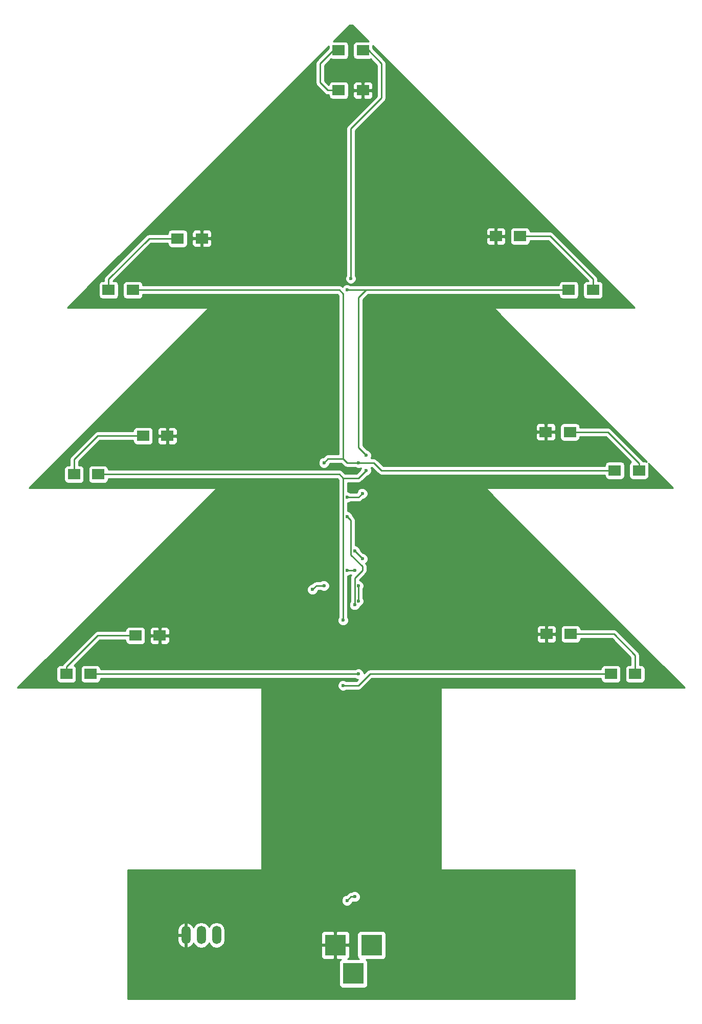
<source format=gbr>
G04 #@! TF.FileFunction,Copper,L2,Bot,Signal*
%FSLAX46Y46*%
G04 Gerber Fmt 4.6, Leading zero omitted, Abs format (unit mm)*
G04 Created by KiCad (PCBNEW 4.0.6) date Tuesday, November 14, 2017 'PMt' 08:02:21 PM*
%MOMM*%
%LPD*%
G01*
G04 APERTURE LIST*
%ADD10C,0.100000*%
%ADD11O,1.510000X3.010000*%
%ADD12R,3.500000X3.500000*%
%ADD13R,2.000000X1.700000*%
%ADD14C,0.600000*%
%ADD15C,0.250000*%
%ADD16C,0.254000*%
G04 APERTURE END LIST*
D10*
D11*
X73025000Y-171450000D03*
X70485000Y-171450000D03*
X67945000Y-171450000D03*
D12*
X98679000Y-173101000D03*
X92679000Y-173101000D03*
X95679000Y-177801000D03*
D13*
X135350000Y-64770000D03*
X131350000Y-64770000D03*
X49435000Y-95250000D03*
X53435000Y-95250000D03*
X142335000Y-128270000D03*
X138335000Y-128270000D03*
X55150000Y-64770000D03*
X59150000Y-64770000D03*
X142970000Y-94615000D03*
X138970000Y-94615000D03*
X48165000Y-128270000D03*
X52165000Y-128270000D03*
X123285000Y-55880000D03*
X119285000Y-55880000D03*
X60865000Y-88900000D03*
X64865000Y-88900000D03*
X131667000Y-121666000D03*
X127667000Y-121666000D03*
X66580000Y-56261000D03*
X70580000Y-56261000D03*
X131540000Y-88265000D03*
X127540000Y-88265000D03*
X59595000Y-121920000D03*
X63595000Y-121920000D03*
X93250000Y-31750000D03*
X97250000Y-31750000D03*
X93250000Y-25146000D03*
X97250000Y-25146000D03*
D14*
X94615000Y-64770000D03*
X97790000Y-92075000D03*
X97790000Y-94615000D03*
X93980000Y-130175000D03*
X93980000Y-119380000D03*
X94615000Y-102235000D03*
X95885000Y-116840000D03*
X95885000Y-165100000D03*
X94615000Y-165735000D03*
X95885000Y-111125000D03*
X94615000Y-111125000D03*
X95250000Y-62865000D03*
X94615000Y-99060000D03*
X97155000Y-98425000D03*
X90805000Y-113665000D03*
X88900000Y-114300000D03*
X90805000Y-93345000D03*
X96520000Y-116205000D03*
X96520000Y-113665000D03*
X97155000Y-109220000D03*
X95885000Y-107950000D03*
X96520000Y-93345000D03*
X96520000Y-128270000D03*
D15*
X94615000Y-64770000D02*
X97790000Y-64770000D01*
X131350000Y-64770000D02*
X99695000Y-64770000D01*
X96520000Y-90805000D02*
X97790000Y-92075000D01*
X96520000Y-66040000D02*
X96520000Y-90805000D01*
X97790000Y-64770000D02*
X96520000Y-66040000D01*
X99695000Y-64770000D02*
X97790000Y-64770000D01*
X96520000Y-95885000D02*
X93980000Y-95885000D01*
X97790000Y-94615000D02*
X96520000Y-95885000D01*
X138335000Y-128270000D02*
X98425000Y-128270000D01*
X96520000Y-130175000D02*
X93980000Y-130175000D01*
X98425000Y-128270000D02*
X96520000Y-130175000D01*
X93345000Y-95250000D02*
X53435000Y-95250000D01*
X93980000Y-95885000D02*
X93345000Y-95250000D01*
X93980000Y-119380000D02*
X93980000Y-95885000D01*
X123285000Y-55880000D02*
X128270000Y-55880000D01*
X135350000Y-62960000D02*
X135350000Y-64770000D01*
X128270000Y-55880000D02*
X135350000Y-62960000D01*
X60865000Y-88900000D02*
X53340000Y-88900000D01*
X49435000Y-92805000D02*
X49435000Y-95250000D01*
X53340000Y-88900000D02*
X49435000Y-92805000D01*
X131667000Y-121666000D02*
X138811000Y-121666000D01*
X142335000Y-125190000D02*
X142335000Y-128270000D01*
X138811000Y-121666000D02*
X142335000Y-125190000D01*
X95250000Y-102870000D02*
X94615000Y-102235000D01*
X95250000Y-108585000D02*
X95250000Y-102870000D01*
X97155000Y-110490000D02*
X95250000Y-108585000D01*
X97155000Y-111125000D02*
X97155000Y-110490000D01*
X95885000Y-112395000D02*
X97155000Y-111125000D01*
X95885000Y-116840000D02*
X95885000Y-112395000D01*
X95250000Y-165100000D02*
X95885000Y-165100000D01*
X94615000Y-165735000D02*
X95250000Y-165100000D01*
X94615000Y-111125000D02*
X95885000Y-111125000D01*
X66580000Y-56261000D02*
X61849000Y-56261000D01*
X55150000Y-62960000D02*
X55150000Y-64770000D01*
X61849000Y-56261000D02*
X55150000Y-62960000D01*
X142970000Y-94615000D02*
X142970000Y-93440000D01*
X137795000Y-88265000D02*
X131540000Y-88265000D01*
X142970000Y-93440000D02*
X137795000Y-88265000D01*
X59595000Y-121920000D02*
X53340000Y-121920000D01*
X48165000Y-127095000D02*
X48165000Y-128270000D01*
X53340000Y-121920000D02*
X48165000Y-127095000D01*
X93250000Y-25146000D02*
X92329000Y-25146000D01*
X92329000Y-25146000D02*
X90170000Y-27305000D01*
X90170000Y-27305000D02*
X90170000Y-30480000D01*
X90170000Y-30480000D02*
X91440000Y-31750000D01*
X91440000Y-31750000D02*
X93250000Y-31750000D01*
X97250000Y-25146000D02*
X98171000Y-25146000D01*
X98171000Y-25146000D02*
X100330000Y-27305000D01*
X100330000Y-27305000D02*
X100330000Y-33020000D01*
X100330000Y-33020000D02*
X95250000Y-38100000D01*
X95250000Y-38100000D02*
X95250000Y-62865000D01*
X96520000Y-99060000D02*
X94615000Y-99060000D01*
X97155000Y-98425000D02*
X96520000Y-99060000D01*
X89535000Y-113665000D02*
X90805000Y-113665000D01*
X88900000Y-114300000D02*
X89535000Y-113665000D01*
X91440000Y-92710000D02*
X93980000Y-92710000D01*
X90805000Y-93345000D02*
X91440000Y-92710000D01*
X59150000Y-64770000D02*
X93345000Y-64770000D01*
X94615000Y-93345000D02*
X96520000Y-93345000D01*
X93980000Y-92710000D02*
X94615000Y-93345000D01*
X93980000Y-65405000D02*
X93980000Y-92710000D01*
X93345000Y-64770000D02*
X93980000Y-65405000D01*
X138970000Y-94615000D02*
X100330000Y-94615000D01*
X96520000Y-113665000D02*
X96520000Y-116205000D01*
X95885000Y-107950000D02*
X97155000Y-109220000D01*
X99060000Y-93345000D02*
X96520000Y-93345000D01*
X100330000Y-94615000D02*
X99060000Y-93345000D01*
X96520000Y-128270000D02*
X52165000Y-128270000D01*
D16*
G36*
X98209468Y-23648560D02*
X96250000Y-23648560D01*
X96014683Y-23692838D01*
X95798559Y-23831910D01*
X95653569Y-24044110D01*
X95602560Y-24296000D01*
X95602560Y-25996000D01*
X95646838Y-26231317D01*
X95785910Y-26447441D01*
X95998110Y-26592431D01*
X96250000Y-26643440D01*
X98250000Y-26643440D01*
X98485317Y-26599162D01*
X98524285Y-26574087D01*
X99570000Y-27619802D01*
X99570000Y-32705198D01*
X94712599Y-37562599D01*
X94547852Y-37809161D01*
X94490000Y-38100000D01*
X94490000Y-62302537D01*
X94457808Y-62334673D01*
X94315162Y-62678201D01*
X94314838Y-63050167D01*
X94456883Y-63393943D01*
X94719673Y-63657192D01*
X95063201Y-63799838D01*
X95435167Y-63800162D01*
X95778943Y-63658117D01*
X96042192Y-63395327D01*
X96184838Y-63051799D01*
X96185162Y-62679833D01*
X96043117Y-62336057D01*
X96010000Y-62302882D01*
X96010000Y-56165750D01*
X117650000Y-56165750D01*
X117650000Y-56856310D01*
X117746673Y-57089699D01*
X117925302Y-57268327D01*
X118158691Y-57365000D01*
X118999250Y-57365000D01*
X119158000Y-57206250D01*
X119158000Y-56007000D01*
X119412000Y-56007000D01*
X119412000Y-57206250D01*
X119570750Y-57365000D01*
X120411309Y-57365000D01*
X120644698Y-57268327D01*
X120823327Y-57089699D01*
X120920000Y-56856310D01*
X120920000Y-56165750D01*
X120761250Y-56007000D01*
X119412000Y-56007000D01*
X119158000Y-56007000D01*
X117808750Y-56007000D01*
X117650000Y-56165750D01*
X96010000Y-56165750D01*
X96010000Y-54903690D01*
X117650000Y-54903690D01*
X117650000Y-55594250D01*
X117808750Y-55753000D01*
X119158000Y-55753000D01*
X119158000Y-54553750D01*
X119412000Y-54553750D01*
X119412000Y-55753000D01*
X120761250Y-55753000D01*
X120920000Y-55594250D01*
X120920000Y-55030000D01*
X121637560Y-55030000D01*
X121637560Y-56730000D01*
X121681838Y-56965317D01*
X121820910Y-57181441D01*
X122033110Y-57326431D01*
X122285000Y-57377440D01*
X124285000Y-57377440D01*
X124520317Y-57333162D01*
X124736441Y-57194090D01*
X124881431Y-56981890D01*
X124932440Y-56730000D01*
X124932440Y-56640000D01*
X127955198Y-56640000D01*
X134587758Y-63272560D01*
X134350000Y-63272560D01*
X134114683Y-63316838D01*
X133898559Y-63455910D01*
X133753569Y-63668110D01*
X133702560Y-63920000D01*
X133702560Y-65620000D01*
X133746838Y-65855317D01*
X133885910Y-66071441D01*
X134098110Y-66216431D01*
X134350000Y-66267440D01*
X136350000Y-66267440D01*
X136585317Y-66223162D01*
X136801441Y-66084090D01*
X136946431Y-65871890D01*
X136997440Y-65620000D01*
X136997440Y-63920000D01*
X136953162Y-63684683D01*
X136814090Y-63468559D01*
X136601890Y-63323569D01*
X136350000Y-63272560D01*
X136110000Y-63272560D01*
X136110000Y-62960000D01*
X136052148Y-62669161D01*
X135887401Y-62422599D01*
X128807401Y-55342599D01*
X128560839Y-55177852D01*
X128270000Y-55120000D01*
X124932440Y-55120000D01*
X124932440Y-55030000D01*
X124888162Y-54794683D01*
X124749090Y-54578559D01*
X124536890Y-54433569D01*
X124285000Y-54382560D01*
X122285000Y-54382560D01*
X122049683Y-54426838D01*
X121833559Y-54565910D01*
X121688569Y-54778110D01*
X121637560Y-55030000D01*
X120920000Y-55030000D01*
X120920000Y-54903690D01*
X120823327Y-54670301D01*
X120644698Y-54491673D01*
X120411309Y-54395000D01*
X119570750Y-54395000D01*
X119412000Y-54553750D01*
X119158000Y-54553750D01*
X118999250Y-54395000D01*
X118158691Y-54395000D01*
X117925302Y-54491673D01*
X117746673Y-54670301D01*
X117650000Y-54903690D01*
X96010000Y-54903690D01*
X96010000Y-38414802D01*
X100867401Y-33557401D01*
X101032148Y-33310839D01*
X101090000Y-33020000D01*
X101090000Y-27305000D01*
X101032148Y-27014161D01*
X100867401Y-26767599D01*
X98897440Y-24797638D01*
X98897440Y-24336532D01*
X142251908Y-67691000D01*
X119126000Y-67691000D01*
X119076590Y-67701006D01*
X119034965Y-67729447D01*
X119007685Y-67771841D01*
X118999048Y-67821509D01*
X119010416Y-67870623D01*
X119036197Y-67907803D01*
X120022130Y-68893736D01*
X120147954Y-69082046D01*
X144261631Y-93195723D01*
X144221890Y-93168569D01*
X143970000Y-93117560D01*
X143651034Y-93117560D01*
X143507401Y-92902599D01*
X138332401Y-87727599D01*
X138085839Y-87562852D01*
X137795000Y-87505000D01*
X133187440Y-87505000D01*
X133187440Y-87415000D01*
X133143162Y-87179683D01*
X133004090Y-86963559D01*
X132791890Y-86818569D01*
X132540000Y-86767560D01*
X130540000Y-86767560D01*
X130304683Y-86811838D01*
X130088559Y-86950910D01*
X129943569Y-87163110D01*
X129892560Y-87415000D01*
X129892560Y-89115000D01*
X129936838Y-89350317D01*
X130075910Y-89566441D01*
X130288110Y-89711431D01*
X130540000Y-89762440D01*
X132540000Y-89762440D01*
X132775317Y-89718162D01*
X132991441Y-89579090D01*
X133136431Y-89366890D01*
X133187440Y-89115000D01*
X133187440Y-89025000D01*
X137480198Y-89025000D01*
X141663099Y-93207901D01*
X141518559Y-93300910D01*
X141373569Y-93513110D01*
X141322560Y-93765000D01*
X141322560Y-95465000D01*
X141366838Y-95700317D01*
X141505910Y-95916441D01*
X141718110Y-96061431D01*
X141970000Y-96112440D01*
X143970000Y-96112440D01*
X144205317Y-96068162D01*
X144421441Y-95929090D01*
X144566431Y-95716890D01*
X144617440Y-95465000D01*
X144617440Y-93765000D01*
X144573162Y-93529683D01*
X144532680Y-93466772D01*
X148601908Y-97536000D01*
X117856000Y-97536000D01*
X117806590Y-97546006D01*
X117764965Y-97574447D01*
X117737685Y-97616841D01*
X117729048Y-97666509D01*
X117740416Y-97715623D01*
X117766197Y-97752803D01*
X118752130Y-98738736D01*
X118877954Y-98927046D01*
X150506908Y-130556000D01*
X110236000Y-130556000D01*
X110186590Y-130566006D01*
X110144965Y-130594447D01*
X110117685Y-130636841D01*
X110109000Y-130683000D01*
X110109000Y-160528000D01*
X110119006Y-160577410D01*
X110147447Y-160619035D01*
X110189841Y-160646315D01*
X110236000Y-160655000D01*
X132334000Y-160655000D01*
X132334000Y-181991000D01*
X58293000Y-181991000D01*
X58293000Y-171577000D01*
X66555000Y-171577000D01*
X66555000Y-172327000D01*
X66709408Y-172849263D01*
X67051924Y-173272681D01*
X67530403Y-173532793D01*
X67603029Y-173547277D01*
X67818000Y-173424683D01*
X67818000Y-171577000D01*
X66555000Y-171577000D01*
X58293000Y-171577000D01*
X58293000Y-170573000D01*
X66555000Y-170573000D01*
X66555000Y-171323000D01*
X67818000Y-171323000D01*
X67818000Y-169475317D01*
X68072000Y-169475317D01*
X68072000Y-171323000D01*
X68092000Y-171323000D01*
X68092000Y-171577000D01*
X68072000Y-171577000D01*
X68072000Y-173424683D01*
X68286971Y-173547277D01*
X68359597Y-173532793D01*
X68838076Y-173272681D01*
X69180592Y-172849263D01*
X69202249Y-172776013D01*
X69502122Y-173224803D01*
X69953070Y-173526118D01*
X70485000Y-173631925D01*
X71016930Y-173526118D01*
X71467878Y-173224803D01*
X71755000Y-172795096D01*
X72042122Y-173224803D01*
X72493070Y-173526118D01*
X73025000Y-173631925D01*
X73556930Y-173526118D01*
X73765508Y-173386750D01*
X90294000Y-173386750D01*
X90294000Y-174977310D01*
X90390673Y-175210699D01*
X90569302Y-175389327D01*
X90802691Y-175486000D01*
X92393250Y-175486000D01*
X92552000Y-175327250D01*
X92552000Y-173228000D01*
X92806000Y-173228000D01*
X92806000Y-175327250D01*
X92964750Y-175486000D01*
X93634378Y-175486000D01*
X93477559Y-175586910D01*
X93332569Y-175799110D01*
X93281560Y-176051000D01*
X93281560Y-179551000D01*
X93325838Y-179786317D01*
X93464910Y-180002441D01*
X93677110Y-180147431D01*
X93929000Y-180198440D01*
X97429000Y-180198440D01*
X97664317Y-180154162D01*
X97880441Y-180015090D01*
X98025431Y-179802890D01*
X98076440Y-179551000D01*
X98076440Y-176051000D01*
X98032162Y-175815683D01*
X97893090Y-175599559D01*
X97745097Y-175498440D01*
X100429000Y-175498440D01*
X100664317Y-175454162D01*
X100880441Y-175315090D01*
X101025431Y-175102890D01*
X101076440Y-174851000D01*
X101076440Y-171351000D01*
X101032162Y-171115683D01*
X100893090Y-170899559D01*
X100680890Y-170754569D01*
X100429000Y-170703560D01*
X96929000Y-170703560D01*
X96693683Y-170747838D01*
X96477559Y-170886910D01*
X96332569Y-171099110D01*
X96281560Y-171351000D01*
X96281560Y-174851000D01*
X96325838Y-175086317D01*
X96464910Y-175302441D01*
X96612903Y-175403560D01*
X94754337Y-175403560D01*
X94788698Y-175389327D01*
X94967327Y-175210699D01*
X95064000Y-174977310D01*
X95064000Y-173386750D01*
X94905250Y-173228000D01*
X92806000Y-173228000D01*
X92552000Y-173228000D01*
X90452750Y-173228000D01*
X90294000Y-173386750D01*
X73765508Y-173386750D01*
X74007878Y-173224803D01*
X74309193Y-172773855D01*
X74415000Y-172241925D01*
X74415000Y-171224690D01*
X90294000Y-171224690D01*
X90294000Y-172815250D01*
X90452750Y-172974000D01*
X92552000Y-172974000D01*
X92552000Y-170874750D01*
X92806000Y-170874750D01*
X92806000Y-172974000D01*
X94905250Y-172974000D01*
X95064000Y-172815250D01*
X95064000Y-171224690D01*
X94967327Y-170991301D01*
X94788698Y-170812673D01*
X94555309Y-170716000D01*
X92964750Y-170716000D01*
X92806000Y-170874750D01*
X92552000Y-170874750D01*
X92393250Y-170716000D01*
X90802691Y-170716000D01*
X90569302Y-170812673D01*
X90390673Y-170991301D01*
X90294000Y-171224690D01*
X74415000Y-171224690D01*
X74415000Y-170658075D01*
X74309193Y-170126145D01*
X74007878Y-169675197D01*
X73556930Y-169373882D01*
X73025000Y-169268075D01*
X72493070Y-169373882D01*
X72042122Y-169675197D01*
X71755000Y-170104904D01*
X71467878Y-169675197D01*
X71016930Y-169373882D01*
X70485000Y-169268075D01*
X69953070Y-169373882D01*
X69502122Y-169675197D01*
X69202249Y-170123987D01*
X69180592Y-170050737D01*
X68838076Y-169627319D01*
X68359597Y-169367207D01*
X68286971Y-169352723D01*
X68072000Y-169475317D01*
X67818000Y-169475317D01*
X67603029Y-169352723D01*
X67530403Y-169367207D01*
X67051924Y-169627319D01*
X66709408Y-170050737D01*
X66555000Y-170573000D01*
X58293000Y-170573000D01*
X58293000Y-165920167D01*
X93679838Y-165920167D01*
X93821883Y-166263943D01*
X94084673Y-166527192D01*
X94428201Y-166669838D01*
X94800167Y-166670162D01*
X95143943Y-166528117D01*
X95407192Y-166265327D01*
X95531622Y-165965668D01*
X95698201Y-166034838D01*
X96070167Y-166035162D01*
X96413943Y-165893117D01*
X96677192Y-165630327D01*
X96819838Y-165286799D01*
X96820162Y-164914833D01*
X96678117Y-164571057D01*
X96415327Y-164307808D01*
X96071799Y-164165162D01*
X95699833Y-164164838D01*
X95356057Y-164306883D01*
X95322882Y-164340000D01*
X95250000Y-164340000D01*
X94959161Y-164397852D01*
X94712599Y-164562599D01*
X94475320Y-164799878D01*
X94429833Y-164799838D01*
X94086057Y-164941883D01*
X93822808Y-165204673D01*
X93680162Y-165548201D01*
X93679838Y-165920167D01*
X58293000Y-165920167D01*
X58293000Y-160655000D01*
X80391000Y-160655000D01*
X80440410Y-160644994D01*
X80482035Y-160616553D01*
X80509315Y-160574159D01*
X80518000Y-160528000D01*
X80518000Y-130683000D01*
X80507994Y-130633590D01*
X80479553Y-130591965D01*
X80437159Y-130564685D01*
X80391000Y-130556000D01*
X40057606Y-130556000D01*
X43193606Y-127420000D01*
X46517560Y-127420000D01*
X46517560Y-129120000D01*
X46561838Y-129355317D01*
X46700910Y-129571441D01*
X46913110Y-129716431D01*
X47165000Y-129767440D01*
X49165000Y-129767440D01*
X49400317Y-129723162D01*
X49616441Y-129584090D01*
X49761431Y-129371890D01*
X49812440Y-129120000D01*
X49812440Y-127420000D01*
X50517560Y-127420000D01*
X50517560Y-129120000D01*
X50561838Y-129355317D01*
X50700910Y-129571441D01*
X50913110Y-129716431D01*
X51165000Y-129767440D01*
X53165000Y-129767440D01*
X53400317Y-129723162D01*
X53616441Y-129584090D01*
X53761431Y-129371890D01*
X53812440Y-129120000D01*
X53812440Y-129030000D01*
X95957537Y-129030000D01*
X95989673Y-129062192D01*
X96333201Y-129204838D01*
X96415288Y-129204910D01*
X96205198Y-129415000D01*
X94542463Y-129415000D01*
X94510327Y-129382808D01*
X94166799Y-129240162D01*
X93794833Y-129239838D01*
X93451057Y-129381883D01*
X93187808Y-129644673D01*
X93045162Y-129988201D01*
X93044838Y-130360167D01*
X93186883Y-130703943D01*
X93449673Y-130967192D01*
X93793201Y-131109838D01*
X94165167Y-131110162D01*
X94508943Y-130968117D01*
X94542118Y-130935000D01*
X96520000Y-130935000D01*
X96810839Y-130877148D01*
X97057401Y-130712401D01*
X98739802Y-129030000D01*
X136687560Y-129030000D01*
X136687560Y-129120000D01*
X136731838Y-129355317D01*
X136870910Y-129571441D01*
X137083110Y-129716431D01*
X137335000Y-129767440D01*
X139335000Y-129767440D01*
X139570317Y-129723162D01*
X139786441Y-129584090D01*
X139931431Y-129371890D01*
X139982440Y-129120000D01*
X139982440Y-127420000D01*
X139938162Y-127184683D01*
X139799090Y-126968559D01*
X139586890Y-126823569D01*
X139335000Y-126772560D01*
X137335000Y-126772560D01*
X137099683Y-126816838D01*
X136883559Y-126955910D01*
X136738569Y-127168110D01*
X136687560Y-127420000D01*
X136687560Y-127510000D01*
X98425000Y-127510000D01*
X98134161Y-127567852D01*
X97887599Y-127732599D01*
X97455092Y-128165106D01*
X97455162Y-128084833D01*
X97313117Y-127741057D01*
X97050327Y-127477808D01*
X96706799Y-127335162D01*
X96334833Y-127334838D01*
X95991057Y-127476883D01*
X95957882Y-127510000D01*
X53812440Y-127510000D01*
X53812440Y-127420000D01*
X53768162Y-127184683D01*
X53629090Y-126968559D01*
X53416890Y-126823569D01*
X53165000Y-126772560D01*
X51165000Y-126772560D01*
X50929683Y-126816838D01*
X50713559Y-126955910D01*
X50568569Y-127168110D01*
X50517560Y-127420000D01*
X49812440Y-127420000D01*
X49768162Y-127184683D01*
X49629090Y-126968559D01*
X49472937Y-126861865D01*
X53654802Y-122680000D01*
X57947560Y-122680000D01*
X57947560Y-122770000D01*
X57991838Y-123005317D01*
X58130910Y-123221441D01*
X58343110Y-123366431D01*
X58595000Y-123417440D01*
X60595000Y-123417440D01*
X60830317Y-123373162D01*
X61046441Y-123234090D01*
X61191431Y-123021890D01*
X61242440Y-122770000D01*
X61242440Y-122205750D01*
X61960000Y-122205750D01*
X61960000Y-122896310D01*
X62056673Y-123129699D01*
X62235302Y-123308327D01*
X62468691Y-123405000D01*
X63309250Y-123405000D01*
X63468000Y-123246250D01*
X63468000Y-122047000D01*
X63722000Y-122047000D01*
X63722000Y-123246250D01*
X63880750Y-123405000D01*
X64721309Y-123405000D01*
X64954698Y-123308327D01*
X65133327Y-123129699D01*
X65230000Y-122896310D01*
X65230000Y-122205750D01*
X65071250Y-122047000D01*
X63722000Y-122047000D01*
X63468000Y-122047000D01*
X62118750Y-122047000D01*
X61960000Y-122205750D01*
X61242440Y-122205750D01*
X61242440Y-121951750D01*
X126032000Y-121951750D01*
X126032000Y-122642310D01*
X126128673Y-122875699D01*
X126307302Y-123054327D01*
X126540691Y-123151000D01*
X127381250Y-123151000D01*
X127540000Y-122992250D01*
X127540000Y-121793000D01*
X127794000Y-121793000D01*
X127794000Y-122992250D01*
X127952750Y-123151000D01*
X128793309Y-123151000D01*
X129026698Y-123054327D01*
X129205327Y-122875699D01*
X129302000Y-122642310D01*
X129302000Y-121951750D01*
X129143250Y-121793000D01*
X127794000Y-121793000D01*
X127540000Y-121793000D01*
X126190750Y-121793000D01*
X126032000Y-121951750D01*
X61242440Y-121951750D01*
X61242440Y-121070000D01*
X61218674Y-120943690D01*
X61960000Y-120943690D01*
X61960000Y-121634250D01*
X62118750Y-121793000D01*
X63468000Y-121793000D01*
X63468000Y-120593750D01*
X63722000Y-120593750D01*
X63722000Y-121793000D01*
X65071250Y-121793000D01*
X65230000Y-121634250D01*
X65230000Y-120943690D01*
X65133327Y-120710301D01*
X65112716Y-120689690D01*
X126032000Y-120689690D01*
X126032000Y-121380250D01*
X126190750Y-121539000D01*
X127540000Y-121539000D01*
X127540000Y-120339750D01*
X127794000Y-120339750D01*
X127794000Y-121539000D01*
X129143250Y-121539000D01*
X129302000Y-121380250D01*
X129302000Y-120816000D01*
X130019560Y-120816000D01*
X130019560Y-122516000D01*
X130063838Y-122751317D01*
X130202910Y-122967441D01*
X130415110Y-123112431D01*
X130667000Y-123163440D01*
X132667000Y-123163440D01*
X132902317Y-123119162D01*
X133118441Y-122980090D01*
X133263431Y-122767890D01*
X133314440Y-122516000D01*
X133314440Y-122426000D01*
X138496198Y-122426000D01*
X141575000Y-125504802D01*
X141575000Y-126772560D01*
X141335000Y-126772560D01*
X141099683Y-126816838D01*
X140883559Y-126955910D01*
X140738569Y-127168110D01*
X140687560Y-127420000D01*
X140687560Y-129120000D01*
X140731838Y-129355317D01*
X140870910Y-129571441D01*
X141083110Y-129716431D01*
X141335000Y-129767440D01*
X143335000Y-129767440D01*
X143570317Y-129723162D01*
X143786441Y-129584090D01*
X143931431Y-129371890D01*
X143982440Y-129120000D01*
X143982440Y-127420000D01*
X143938162Y-127184683D01*
X143799090Y-126968559D01*
X143586890Y-126823569D01*
X143335000Y-126772560D01*
X143095000Y-126772560D01*
X143095000Y-125190000D01*
X143037148Y-124899161D01*
X142872401Y-124652599D01*
X139348401Y-121128599D01*
X139101839Y-120963852D01*
X138811000Y-120906000D01*
X133314440Y-120906000D01*
X133314440Y-120816000D01*
X133270162Y-120580683D01*
X133131090Y-120364559D01*
X132918890Y-120219569D01*
X132667000Y-120168560D01*
X130667000Y-120168560D01*
X130431683Y-120212838D01*
X130215559Y-120351910D01*
X130070569Y-120564110D01*
X130019560Y-120816000D01*
X129302000Y-120816000D01*
X129302000Y-120689690D01*
X129205327Y-120456301D01*
X129026698Y-120277673D01*
X128793309Y-120181000D01*
X127952750Y-120181000D01*
X127794000Y-120339750D01*
X127540000Y-120339750D01*
X127381250Y-120181000D01*
X126540691Y-120181000D01*
X126307302Y-120277673D01*
X126128673Y-120456301D01*
X126032000Y-120689690D01*
X65112716Y-120689690D01*
X64954698Y-120531673D01*
X64721309Y-120435000D01*
X63880750Y-120435000D01*
X63722000Y-120593750D01*
X63468000Y-120593750D01*
X63309250Y-120435000D01*
X62468691Y-120435000D01*
X62235302Y-120531673D01*
X62056673Y-120710301D01*
X61960000Y-120943690D01*
X61218674Y-120943690D01*
X61198162Y-120834683D01*
X61059090Y-120618559D01*
X60846890Y-120473569D01*
X60595000Y-120422560D01*
X58595000Y-120422560D01*
X58359683Y-120466838D01*
X58143559Y-120605910D01*
X57998569Y-120818110D01*
X57947560Y-121070000D01*
X57947560Y-121160000D01*
X53340000Y-121160000D01*
X53049160Y-121217852D01*
X52802599Y-121382599D01*
X47627599Y-126557599D01*
X47483967Y-126772560D01*
X47165000Y-126772560D01*
X46929683Y-126816838D01*
X46713559Y-126955910D01*
X46568569Y-127168110D01*
X46517560Y-127420000D01*
X43193606Y-127420000D01*
X56128439Y-114485167D01*
X87964838Y-114485167D01*
X88106883Y-114828943D01*
X88369673Y-115092192D01*
X88713201Y-115234838D01*
X89085167Y-115235162D01*
X89428943Y-115093117D01*
X89692192Y-114830327D01*
X89834838Y-114486799D01*
X89834879Y-114439923D01*
X89849802Y-114425000D01*
X90242537Y-114425000D01*
X90274673Y-114457192D01*
X90618201Y-114599838D01*
X90990167Y-114600162D01*
X91333943Y-114458117D01*
X91597192Y-114195327D01*
X91739838Y-113851799D01*
X91740162Y-113479833D01*
X91598117Y-113136057D01*
X91335327Y-112872808D01*
X90991799Y-112730162D01*
X90619833Y-112729838D01*
X90276057Y-112871883D01*
X90242882Y-112905000D01*
X89535000Y-112905000D01*
X89244161Y-112962852D01*
X88997599Y-113127599D01*
X88760320Y-113364878D01*
X88714833Y-113364838D01*
X88371057Y-113506883D01*
X88107808Y-113769673D01*
X87965162Y-114113201D01*
X87964838Y-114485167D01*
X56128439Y-114485167D01*
X72860803Y-97752803D01*
X72888666Y-97710789D01*
X72897988Y-97661246D01*
X72887300Y-97611978D01*
X72858287Y-97570751D01*
X72815520Y-97544059D01*
X72771000Y-97536000D01*
X41962606Y-97536000D01*
X45098606Y-94400000D01*
X47787560Y-94400000D01*
X47787560Y-96100000D01*
X47831838Y-96335317D01*
X47970910Y-96551441D01*
X48183110Y-96696431D01*
X48435000Y-96747440D01*
X50435000Y-96747440D01*
X50670317Y-96703162D01*
X50886441Y-96564090D01*
X51031431Y-96351890D01*
X51082440Y-96100000D01*
X51082440Y-94400000D01*
X51787560Y-94400000D01*
X51787560Y-96100000D01*
X51831838Y-96335317D01*
X51970910Y-96551441D01*
X52183110Y-96696431D01*
X52435000Y-96747440D01*
X54435000Y-96747440D01*
X54670317Y-96703162D01*
X54886441Y-96564090D01*
X55031431Y-96351890D01*
X55082440Y-96100000D01*
X55082440Y-96010000D01*
X93030198Y-96010000D01*
X93220000Y-96199802D01*
X93220000Y-118817537D01*
X93187808Y-118849673D01*
X93045162Y-119193201D01*
X93044838Y-119565167D01*
X93186883Y-119908943D01*
X93449673Y-120172192D01*
X93793201Y-120314838D01*
X94165167Y-120315162D01*
X94508943Y-120173117D01*
X94772192Y-119910327D01*
X94914838Y-119566799D01*
X94915162Y-119194833D01*
X94773117Y-118851057D01*
X94740000Y-118817882D01*
X94740000Y-112060110D01*
X94800167Y-112060162D01*
X95143943Y-111918117D01*
X95177118Y-111885000D01*
X95322537Y-111885000D01*
X95326583Y-111889052D01*
X95182852Y-112104161D01*
X95125000Y-112395000D01*
X95125000Y-116277537D01*
X95092808Y-116309673D01*
X94950162Y-116653201D01*
X94949838Y-117025167D01*
X95091883Y-117368943D01*
X95354673Y-117632192D01*
X95698201Y-117774838D01*
X96070167Y-117775162D01*
X96413943Y-117633117D01*
X96677192Y-117370327D01*
X96786765Y-117106446D01*
X97048943Y-116998117D01*
X97312192Y-116735327D01*
X97454838Y-116391799D01*
X97455162Y-116019833D01*
X97313117Y-115676057D01*
X97280000Y-115642882D01*
X97280000Y-114227463D01*
X97312192Y-114195327D01*
X97454838Y-113851799D01*
X97455162Y-113479833D01*
X97313117Y-113136057D01*
X97050327Y-112872808D01*
X96706799Y-112730162D01*
X96645000Y-112730108D01*
X96645000Y-112709802D01*
X97692401Y-111662401D01*
X97857148Y-111415840D01*
X97915000Y-111125000D01*
X97915000Y-110490000D01*
X97857148Y-110199161D01*
X97713274Y-109983837D01*
X97947192Y-109750327D01*
X98089838Y-109406799D01*
X98090162Y-109034833D01*
X97948117Y-108691057D01*
X97685327Y-108427808D01*
X97341799Y-108285162D01*
X97294923Y-108285121D01*
X96820122Y-107810320D01*
X96820162Y-107764833D01*
X96678117Y-107421057D01*
X96415327Y-107157808D01*
X96071799Y-107015162D01*
X96010000Y-107015108D01*
X96010000Y-102870000D01*
X95952148Y-102579161D01*
X95787401Y-102332599D01*
X95550122Y-102095320D01*
X95550162Y-102049833D01*
X95408117Y-101706057D01*
X95145327Y-101442808D01*
X94801799Y-101300162D01*
X94740000Y-101300108D01*
X94740000Y-99995110D01*
X94800167Y-99995162D01*
X95143943Y-99853117D01*
X95177118Y-99820000D01*
X96520000Y-99820000D01*
X96810839Y-99762148D01*
X97057401Y-99597401D01*
X97294680Y-99360122D01*
X97340167Y-99360162D01*
X97683943Y-99218117D01*
X97947192Y-98955327D01*
X98089838Y-98611799D01*
X98090162Y-98239833D01*
X97948117Y-97896057D01*
X97685327Y-97632808D01*
X97341799Y-97490162D01*
X96969833Y-97489838D01*
X96626057Y-97631883D01*
X96362808Y-97894673D01*
X96220162Y-98238201D01*
X96220121Y-98285077D01*
X96205198Y-98300000D01*
X95177463Y-98300000D01*
X95145327Y-98267808D01*
X94801799Y-98125162D01*
X94740000Y-98125108D01*
X94740000Y-96645000D01*
X96520000Y-96645000D01*
X96810839Y-96587148D01*
X97057401Y-96422401D01*
X97929680Y-95550122D01*
X97975167Y-95550162D01*
X98318943Y-95408117D01*
X98582192Y-95145327D01*
X98724838Y-94801799D01*
X98725162Y-94429833D01*
X98590944Y-94105000D01*
X98745198Y-94105000D01*
X99792599Y-95152401D01*
X100039160Y-95317148D01*
X100330000Y-95375000D01*
X137322560Y-95375000D01*
X137322560Y-95465000D01*
X137366838Y-95700317D01*
X137505910Y-95916441D01*
X137718110Y-96061431D01*
X137970000Y-96112440D01*
X139970000Y-96112440D01*
X140205317Y-96068162D01*
X140421441Y-95929090D01*
X140566431Y-95716890D01*
X140617440Y-95465000D01*
X140617440Y-93765000D01*
X140573162Y-93529683D01*
X140434090Y-93313559D01*
X140221890Y-93168569D01*
X139970000Y-93117560D01*
X137970000Y-93117560D01*
X137734683Y-93161838D01*
X137518559Y-93300910D01*
X137373569Y-93513110D01*
X137322560Y-93765000D01*
X137322560Y-93855000D01*
X100644802Y-93855000D01*
X99597401Y-92807599D01*
X99350839Y-92642852D01*
X99060000Y-92585000D01*
X98590633Y-92585000D01*
X98724838Y-92261799D01*
X98725162Y-91889833D01*
X98583117Y-91546057D01*
X98320327Y-91282808D01*
X97976799Y-91140162D01*
X97929923Y-91140121D01*
X97280000Y-90490198D01*
X97280000Y-88550750D01*
X125905000Y-88550750D01*
X125905000Y-89241310D01*
X126001673Y-89474699D01*
X126180302Y-89653327D01*
X126413691Y-89750000D01*
X127254250Y-89750000D01*
X127413000Y-89591250D01*
X127413000Y-88392000D01*
X127667000Y-88392000D01*
X127667000Y-89591250D01*
X127825750Y-89750000D01*
X128666309Y-89750000D01*
X128899698Y-89653327D01*
X129078327Y-89474699D01*
X129175000Y-89241310D01*
X129175000Y-88550750D01*
X129016250Y-88392000D01*
X127667000Y-88392000D01*
X127413000Y-88392000D01*
X126063750Y-88392000D01*
X125905000Y-88550750D01*
X97280000Y-88550750D01*
X97280000Y-87288690D01*
X125905000Y-87288690D01*
X125905000Y-87979250D01*
X126063750Y-88138000D01*
X127413000Y-88138000D01*
X127413000Y-86938750D01*
X127667000Y-86938750D01*
X127667000Y-88138000D01*
X129016250Y-88138000D01*
X129175000Y-87979250D01*
X129175000Y-87288690D01*
X129078327Y-87055301D01*
X128899698Y-86876673D01*
X128666309Y-86780000D01*
X127825750Y-86780000D01*
X127667000Y-86938750D01*
X127413000Y-86938750D01*
X127254250Y-86780000D01*
X126413691Y-86780000D01*
X126180302Y-86876673D01*
X126001673Y-87055301D01*
X125905000Y-87288690D01*
X97280000Y-87288690D01*
X97280000Y-66354802D01*
X98104802Y-65530000D01*
X129702560Y-65530000D01*
X129702560Y-65620000D01*
X129746838Y-65855317D01*
X129885910Y-66071441D01*
X130098110Y-66216431D01*
X130350000Y-66267440D01*
X132350000Y-66267440D01*
X132585317Y-66223162D01*
X132801441Y-66084090D01*
X132946431Y-65871890D01*
X132997440Y-65620000D01*
X132997440Y-63920000D01*
X132953162Y-63684683D01*
X132814090Y-63468559D01*
X132601890Y-63323569D01*
X132350000Y-63272560D01*
X130350000Y-63272560D01*
X130114683Y-63316838D01*
X129898559Y-63455910D01*
X129753569Y-63668110D01*
X129702560Y-63920000D01*
X129702560Y-64010000D01*
X95177463Y-64010000D01*
X95145327Y-63977808D01*
X94801799Y-63835162D01*
X94429833Y-63834838D01*
X94086057Y-63976883D01*
X93850948Y-64211583D01*
X93635839Y-64067852D01*
X93345000Y-64010000D01*
X60797440Y-64010000D01*
X60797440Y-63920000D01*
X60753162Y-63684683D01*
X60614090Y-63468559D01*
X60401890Y-63323569D01*
X60150000Y-63272560D01*
X58150000Y-63272560D01*
X57914683Y-63316838D01*
X57698559Y-63455910D01*
X57553569Y-63668110D01*
X57502560Y-63920000D01*
X57502560Y-65620000D01*
X57546838Y-65855317D01*
X57685910Y-66071441D01*
X57898110Y-66216431D01*
X58150000Y-66267440D01*
X60150000Y-66267440D01*
X60385317Y-66223162D01*
X60601441Y-66084090D01*
X60746431Y-65871890D01*
X60797440Y-65620000D01*
X60797440Y-65530000D01*
X93030198Y-65530000D01*
X93220000Y-65719802D01*
X93220000Y-91950000D01*
X91440000Y-91950000D01*
X91149161Y-92007852D01*
X90902599Y-92172599D01*
X90665320Y-92409878D01*
X90619833Y-92409838D01*
X90276057Y-92551883D01*
X90012808Y-92814673D01*
X89870162Y-93158201D01*
X89869838Y-93530167D01*
X90011883Y-93873943D01*
X90274673Y-94137192D01*
X90618201Y-94279838D01*
X90990167Y-94280162D01*
X91333943Y-94138117D01*
X91597192Y-93875327D01*
X91739838Y-93531799D01*
X91739879Y-93484923D01*
X91754802Y-93470000D01*
X93665198Y-93470000D01*
X94077599Y-93882401D01*
X94324161Y-94047148D01*
X94615000Y-94105000D01*
X95957537Y-94105000D01*
X95989673Y-94137192D01*
X96333201Y-94279838D01*
X96705167Y-94280162D01*
X96960430Y-94174690D01*
X96855162Y-94428201D01*
X96855121Y-94475077D01*
X96205198Y-95125000D01*
X94294802Y-95125000D01*
X93882401Y-94712599D01*
X93635839Y-94547852D01*
X93345000Y-94490000D01*
X55082440Y-94490000D01*
X55082440Y-94400000D01*
X55038162Y-94164683D01*
X54899090Y-93948559D01*
X54686890Y-93803569D01*
X54435000Y-93752560D01*
X52435000Y-93752560D01*
X52199683Y-93796838D01*
X51983559Y-93935910D01*
X51838569Y-94148110D01*
X51787560Y-94400000D01*
X51082440Y-94400000D01*
X51038162Y-94164683D01*
X50899090Y-93948559D01*
X50686890Y-93803569D01*
X50435000Y-93752560D01*
X50195000Y-93752560D01*
X50195000Y-93119802D01*
X53654802Y-89660000D01*
X59217560Y-89660000D01*
X59217560Y-89750000D01*
X59261838Y-89985317D01*
X59400910Y-90201441D01*
X59613110Y-90346431D01*
X59865000Y-90397440D01*
X61865000Y-90397440D01*
X62100317Y-90353162D01*
X62316441Y-90214090D01*
X62461431Y-90001890D01*
X62512440Y-89750000D01*
X62512440Y-89185750D01*
X63230000Y-89185750D01*
X63230000Y-89876310D01*
X63326673Y-90109699D01*
X63505302Y-90288327D01*
X63738691Y-90385000D01*
X64579250Y-90385000D01*
X64738000Y-90226250D01*
X64738000Y-89027000D01*
X64992000Y-89027000D01*
X64992000Y-90226250D01*
X65150750Y-90385000D01*
X65991309Y-90385000D01*
X66224698Y-90288327D01*
X66403327Y-90109699D01*
X66500000Y-89876310D01*
X66500000Y-89185750D01*
X66341250Y-89027000D01*
X64992000Y-89027000D01*
X64738000Y-89027000D01*
X63388750Y-89027000D01*
X63230000Y-89185750D01*
X62512440Y-89185750D01*
X62512440Y-88050000D01*
X62488674Y-87923690D01*
X63230000Y-87923690D01*
X63230000Y-88614250D01*
X63388750Y-88773000D01*
X64738000Y-88773000D01*
X64738000Y-87573750D01*
X64992000Y-87573750D01*
X64992000Y-88773000D01*
X66341250Y-88773000D01*
X66500000Y-88614250D01*
X66500000Y-87923690D01*
X66403327Y-87690301D01*
X66224698Y-87511673D01*
X65991309Y-87415000D01*
X65150750Y-87415000D01*
X64992000Y-87573750D01*
X64738000Y-87573750D01*
X64579250Y-87415000D01*
X63738691Y-87415000D01*
X63505302Y-87511673D01*
X63326673Y-87690301D01*
X63230000Y-87923690D01*
X62488674Y-87923690D01*
X62468162Y-87814683D01*
X62329090Y-87598559D01*
X62116890Y-87453569D01*
X61865000Y-87402560D01*
X59865000Y-87402560D01*
X59629683Y-87446838D01*
X59413559Y-87585910D01*
X59268569Y-87798110D01*
X59217560Y-88050000D01*
X59217560Y-88140000D01*
X53340000Y-88140000D01*
X53049161Y-88197852D01*
X52802599Y-88362599D01*
X48897599Y-92267599D01*
X48732852Y-92514161D01*
X48675000Y-92805000D01*
X48675000Y-93752560D01*
X48435000Y-93752560D01*
X48199683Y-93796838D01*
X47983559Y-93935910D01*
X47838569Y-94148110D01*
X47787560Y-94400000D01*
X45098606Y-94400000D01*
X71590803Y-67907803D01*
X71618666Y-67865789D01*
X71627988Y-67816246D01*
X71617300Y-67766978D01*
X71588287Y-67725751D01*
X71545520Y-67699059D01*
X71501000Y-67691000D01*
X48312606Y-67691000D01*
X52083606Y-63920000D01*
X53502560Y-63920000D01*
X53502560Y-65620000D01*
X53546838Y-65855317D01*
X53685910Y-66071441D01*
X53898110Y-66216431D01*
X54150000Y-66267440D01*
X56150000Y-66267440D01*
X56385317Y-66223162D01*
X56601441Y-66084090D01*
X56746431Y-65871890D01*
X56797440Y-65620000D01*
X56797440Y-63920000D01*
X56753162Y-63684683D01*
X56614090Y-63468559D01*
X56401890Y-63323569D01*
X56150000Y-63272560D01*
X55912242Y-63272560D01*
X62163802Y-57021000D01*
X64932560Y-57021000D01*
X64932560Y-57111000D01*
X64976838Y-57346317D01*
X65115910Y-57562441D01*
X65328110Y-57707431D01*
X65580000Y-57758440D01*
X67580000Y-57758440D01*
X67815317Y-57714162D01*
X68031441Y-57575090D01*
X68176431Y-57362890D01*
X68227440Y-57111000D01*
X68227440Y-56546750D01*
X68945000Y-56546750D01*
X68945000Y-57237310D01*
X69041673Y-57470699D01*
X69220302Y-57649327D01*
X69453691Y-57746000D01*
X70294250Y-57746000D01*
X70453000Y-57587250D01*
X70453000Y-56388000D01*
X70707000Y-56388000D01*
X70707000Y-57587250D01*
X70865750Y-57746000D01*
X71706309Y-57746000D01*
X71939698Y-57649327D01*
X72118327Y-57470699D01*
X72215000Y-57237310D01*
X72215000Y-56546750D01*
X72056250Y-56388000D01*
X70707000Y-56388000D01*
X70453000Y-56388000D01*
X69103750Y-56388000D01*
X68945000Y-56546750D01*
X68227440Y-56546750D01*
X68227440Y-55411000D01*
X68203674Y-55284690D01*
X68945000Y-55284690D01*
X68945000Y-55975250D01*
X69103750Y-56134000D01*
X70453000Y-56134000D01*
X70453000Y-54934750D01*
X70707000Y-54934750D01*
X70707000Y-56134000D01*
X72056250Y-56134000D01*
X72215000Y-55975250D01*
X72215000Y-55284690D01*
X72118327Y-55051301D01*
X71939698Y-54872673D01*
X71706309Y-54776000D01*
X70865750Y-54776000D01*
X70707000Y-54934750D01*
X70453000Y-54934750D01*
X70294250Y-54776000D01*
X69453691Y-54776000D01*
X69220302Y-54872673D01*
X69041673Y-55051301D01*
X68945000Y-55284690D01*
X68203674Y-55284690D01*
X68183162Y-55175683D01*
X68044090Y-54959559D01*
X67831890Y-54814569D01*
X67580000Y-54763560D01*
X65580000Y-54763560D01*
X65344683Y-54807838D01*
X65128559Y-54946910D01*
X64983569Y-55159110D01*
X64932560Y-55411000D01*
X64932560Y-55501000D01*
X61849000Y-55501000D01*
X61558161Y-55558852D01*
X61311599Y-55723599D01*
X54612599Y-62422599D01*
X54447852Y-62669161D01*
X54390000Y-62960000D01*
X54390000Y-63272560D01*
X54150000Y-63272560D01*
X53914683Y-63316838D01*
X53698559Y-63455910D01*
X53553569Y-63668110D01*
X53502560Y-63920000D01*
X52083606Y-63920000D01*
X91602560Y-24401046D01*
X91602560Y-24797638D01*
X89632599Y-26767599D01*
X89467852Y-27014161D01*
X89410000Y-27305000D01*
X89410000Y-30480000D01*
X89467852Y-30770839D01*
X89632599Y-31017401D01*
X90902599Y-32287401D01*
X91149160Y-32452148D01*
X91440000Y-32510000D01*
X91602560Y-32510000D01*
X91602560Y-32600000D01*
X91646838Y-32835317D01*
X91785910Y-33051441D01*
X91998110Y-33196431D01*
X92250000Y-33247440D01*
X94250000Y-33247440D01*
X94485317Y-33203162D01*
X94701441Y-33064090D01*
X94846431Y-32851890D01*
X94897440Y-32600000D01*
X94897440Y-32035750D01*
X95615000Y-32035750D01*
X95615000Y-32726310D01*
X95711673Y-32959699D01*
X95890302Y-33138327D01*
X96123691Y-33235000D01*
X96964250Y-33235000D01*
X97123000Y-33076250D01*
X97123000Y-31877000D01*
X97377000Y-31877000D01*
X97377000Y-33076250D01*
X97535750Y-33235000D01*
X98376309Y-33235000D01*
X98609698Y-33138327D01*
X98788327Y-32959699D01*
X98885000Y-32726310D01*
X98885000Y-32035750D01*
X98726250Y-31877000D01*
X97377000Y-31877000D01*
X97123000Y-31877000D01*
X95773750Y-31877000D01*
X95615000Y-32035750D01*
X94897440Y-32035750D01*
X94897440Y-30900000D01*
X94873674Y-30773690D01*
X95615000Y-30773690D01*
X95615000Y-31464250D01*
X95773750Y-31623000D01*
X97123000Y-31623000D01*
X97123000Y-30423750D01*
X97377000Y-30423750D01*
X97377000Y-31623000D01*
X98726250Y-31623000D01*
X98885000Y-31464250D01*
X98885000Y-30773690D01*
X98788327Y-30540301D01*
X98609698Y-30361673D01*
X98376309Y-30265000D01*
X97535750Y-30265000D01*
X97377000Y-30423750D01*
X97123000Y-30423750D01*
X96964250Y-30265000D01*
X96123691Y-30265000D01*
X95890302Y-30361673D01*
X95711673Y-30540301D01*
X95615000Y-30773690D01*
X94873674Y-30773690D01*
X94853162Y-30664683D01*
X94714090Y-30448559D01*
X94501890Y-30303569D01*
X94250000Y-30252560D01*
X92250000Y-30252560D01*
X92014683Y-30296838D01*
X91798559Y-30435910D01*
X91653569Y-30648110D01*
X91613042Y-30848240D01*
X90930000Y-30165198D01*
X90930000Y-27619802D01*
X91973908Y-26575894D01*
X91998110Y-26592431D01*
X92250000Y-26643440D01*
X94250000Y-26643440D01*
X94485317Y-26599162D01*
X94701441Y-26460090D01*
X94846431Y-26247890D01*
X94897440Y-25996000D01*
X94897440Y-24296000D01*
X94853162Y-24060683D01*
X94714090Y-23844559D01*
X94501890Y-23699569D01*
X94250000Y-23648560D01*
X92355046Y-23648560D01*
X95048606Y-20955000D01*
X95515908Y-20955000D01*
X98209468Y-23648560D01*
X98209468Y-23648560D01*
G37*
X98209468Y-23648560D02*
X96250000Y-23648560D01*
X96014683Y-23692838D01*
X95798559Y-23831910D01*
X95653569Y-24044110D01*
X95602560Y-24296000D01*
X95602560Y-25996000D01*
X95646838Y-26231317D01*
X95785910Y-26447441D01*
X95998110Y-26592431D01*
X96250000Y-26643440D01*
X98250000Y-26643440D01*
X98485317Y-26599162D01*
X98524285Y-26574087D01*
X99570000Y-27619802D01*
X99570000Y-32705198D01*
X94712599Y-37562599D01*
X94547852Y-37809161D01*
X94490000Y-38100000D01*
X94490000Y-62302537D01*
X94457808Y-62334673D01*
X94315162Y-62678201D01*
X94314838Y-63050167D01*
X94456883Y-63393943D01*
X94719673Y-63657192D01*
X95063201Y-63799838D01*
X95435167Y-63800162D01*
X95778943Y-63658117D01*
X96042192Y-63395327D01*
X96184838Y-63051799D01*
X96185162Y-62679833D01*
X96043117Y-62336057D01*
X96010000Y-62302882D01*
X96010000Y-56165750D01*
X117650000Y-56165750D01*
X117650000Y-56856310D01*
X117746673Y-57089699D01*
X117925302Y-57268327D01*
X118158691Y-57365000D01*
X118999250Y-57365000D01*
X119158000Y-57206250D01*
X119158000Y-56007000D01*
X119412000Y-56007000D01*
X119412000Y-57206250D01*
X119570750Y-57365000D01*
X120411309Y-57365000D01*
X120644698Y-57268327D01*
X120823327Y-57089699D01*
X120920000Y-56856310D01*
X120920000Y-56165750D01*
X120761250Y-56007000D01*
X119412000Y-56007000D01*
X119158000Y-56007000D01*
X117808750Y-56007000D01*
X117650000Y-56165750D01*
X96010000Y-56165750D01*
X96010000Y-54903690D01*
X117650000Y-54903690D01*
X117650000Y-55594250D01*
X117808750Y-55753000D01*
X119158000Y-55753000D01*
X119158000Y-54553750D01*
X119412000Y-54553750D01*
X119412000Y-55753000D01*
X120761250Y-55753000D01*
X120920000Y-55594250D01*
X120920000Y-55030000D01*
X121637560Y-55030000D01*
X121637560Y-56730000D01*
X121681838Y-56965317D01*
X121820910Y-57181441D01*
X122033110Y-57326431D01*
X122285000Y-57377440D01*
X124285000Y-57377440D01*
X124520317Y-57333162D01*
X124736441Y-57194090D01*
X124881431Y-56981890D01*
X124932440Y-56730000D01*
X124932440Y-56640000D01*
X127955198Y-56640000D01*
X134587758Y-63272560D01*
X134350000Y-63272560D01*
X134114683Y-63316838D01*
X133898559Y-63455910D01*
X133753569Y-63668110D01*
X133702560Y-63920000D01*
X133702560Y-65620000D01*
X133746838Y-65855317D01*
X133885910Y-66071441D01*
X134098110Y-66216431D01*
X134350000Y-66267440D01*
X136350000Y-66267440D01*
X136585317Y-66223162D01*
X136801441Y-66084090D01*
X136946431Y-65871890D01*
X136997440Y-65620000D01*
X136997440Y-63920000D01*
X136953162Y-63684683D01*
X136814090Y-63468559D01*
X136601890Y-63323569D01*
X136350000Y-63272560D01*
X136110000Y-63272560D01*
X136110000Y-62960000D01*
X136052148Y-62669161D01*
X135887401Y-62422599D01*
X128807401Y-55342599D01*
X128560839Y-55177852D01*
X128270000Y-55120000D01*
X124932440Y-55120000D01*
X124932440Y-55030000D01*
X124888162Y-54794683D01*
X124749090Y-54578559D01*
X124536890Y-54433569D01*
X124285000Y-54382560D01*
X122285000Y-54382560D01*
X122049683Y-54426838D01*
X121833559Y-54565910D01*
X121688569Y-54778110D01*
X121637560Y-55030000D01*
X120920000Y-55030000D01*
X120920000Y-54903690D01*
X120823327Y-54670301D01*
X120644698Y-54491673D01*
X120411309Y-54395000D01*
X119570750Y-54395000D01*
X119412000Y-54553750D01*
X119158000Y-54553750D01*
X118999250Y-54395000D01*
X118158691Y-54395000D01*
X117925302Y-54491673D01*
X117746673Y-54670301D01*
X117650000Y-54903690D01*
X96010000Y-54903690D01*
X96010000Y-38414802D01*
X100867401Y-33557401D01*
X101032148Y-33310839D01*
X101090000Y-33020000D01*
X101090000Y-27305000D01*
X101032148Y-27014161D01*
X100867401Y-26767599D01*
X98897440Y-24797638D01*
X98897440Y-24336532D01*
X142251908Y-67691000D01*
X119126000Y-67691000D01*
X119076590Y-67701006D01*
X119034965Y-67729447D01*
X119007685Y-67771841D01*
X118999048Y-67821509D01*
X119010416Y-67870623D01*
X119036197Y-67907803D01*
X120022130Y-68893736D01*
X120147954Y-69082046D01*
X144261631Y-93195723D01*
X144221890Y-93168569D01*
X143970000Y-93117560D01*
X143651034Y-93117560D01*
X143507401Y-92902599D01*
X138332401Y-87727599D01*
X138085839Y-87562852D01*
X137795000Y-87505000D01*
X133187440Y-87505000D01*
X133187440Y-87415000D01*
X133143162Y-87179683D01*
X133004090Y-86963559D01*
X132791890Y-86818569D01*
X132540000Y-86767560D01*
X130540000Y-86767560D01*
X130304683Y-86811838D01*
X130088559Y-86950910D01*
X129943569Y-87163110D01*
X129892560Y-87415000D01*
X129892560Y-89115000D01*
X129936838Y-89350317D01*
X130075910Y-89566441D01*
X130288110Y-89711431D01*
X130540000Y-89762440D01*
X132540000Y-89762440D01*
X132775317Y-89718162D01*
X132991441Y-89579090D01*
X133136431Y-89366890D01*
X133187440Y-89115000D01*
X133187440Y-89025000D01*
X137480198Y-89025000D01*
X141663099Y-93207901D01*
X141518559Y-93300910D01*
X141373569Y-93513110D01*
X141322560Y-93765000D01*
X141322560Y-95465000D01*
X141366838Y-95700317D01*
X141505910Y-95916441D01*
X141718110Y-96061431D01*
X141970000Y-96112440D01*
X143970000Y-96112440D01*
X144205317Y-96068162D01*
X144421441Y-95929090D01*
X144566431Y-95716890D01*
X144617440Y-95465000D01*
X144617440Y-93765000D01*
X144573162Y-93529683D01*
X144532680Y-93466772D01*
X148601908Y-97536000D01*
X117856000Y-97536000D01*
X117806590Y-97546006D01*
X117764965Y-97574447D01*
X117737685Y-97616841D01*
X117729048Y-97666509D01*
X117740416Y-97715623D01*
X117766197Y-97752803D01*
X118752130Y-98738736D01*
X118877954Y-98927046D01*
X150506908Y-130556000D01*
X110236000Y-130556000D01*
X110186590Y-130566006D01*
X110144965Y-130594447D01*
X110117685Y-130636841D01*
X110109000Y-130683000D01*
X110109000Y-160528000D01*
X110119006Y-160577410D01*
X110147447Y-160619035D01*
X110189841Y-160646315D01*
X110236000Y-160655000D01*
X132334000Y-160655000D01*
X132334000Y-181991000D01*
X58293000Y-181991000D01*
X58293000Y-171577000D01*
X66555000Y-171577000D01*
X66555000Y-172327000D01*
X66709408Y-172849263D01*
X67051924Y-173272681D01*
X67530403Y-173532793D01*
X67603029Y-173547277D01*
X67818000Y-173424683D01*
X67818000Y-171577000D01*
X66555000Y-171577000D01*
X58293000Y-171577000D01*
X58293000Y-170573000D01*
X66555000Y-170573000D01*
X66555000Y-171323000D01*
X67818000Y-171323000D01*
X67818000Y-169475317D01*
X68072000Y-169475317D01*
X68072000Y-171323000D01*
X68092000Y-171323000D01*
X68092000Y-171577000D01*
X68072000Y-171577000D01*
X68072000Y-173424683D01*
X68286971Y-173547277D01*
X68359597Y-173532793D01*
X68838076Y-173272681D01*
X69180592Y-172849263D01*
X69202249Y-172776013D01*
X69502122Y-173224803D01*
X69953070Y-173526118D01*
X70485000Y-173631925D01*
X71016930Y-173526118D01*
X71467878Y-173224803D01*
X71755000Y-172795096D01*
X72042122Y-173224803D01*
X72493070Y-173526118D01*
X73025000Y-173631925D01*
X73556930Y-173526118D01*
X73765508Y-173386750D01*
X90294000Y-173386750D01*
X90294000Y-174977310D01*
X90390673Y-175210699D01*
X90569302Y-175389327D01*
X90802691Y-175486000D01*
X92393250Y-175486000D01*
X92552000Y-175327250D01*
X92552000Y-173228000D01*
X92806000Y-173228000D01*
X92806000Y-175327250D01*
X92964750Y-175486000D01*
X93634378Y-175486000D01*
X93477559Y-175586910D01*
X93332569Y-175799110D01*
X93281560Y-176051000D01*
X93281560Y-179551000D01*
X93325838Y-179786317D01*
X93464910Y-180002441D01*
X93677110Y-180147431D01*
X93929000Y-180198440D01*
X97429000Y-180198440D01*
X97664317Y-180154162D01*
X97880441Y-180015090D01*
X98025431Y-179802890D01*
X98076440Y-179551000D01*
X98076440Y-176051000D01*
X98032162Y-175815683D01*
X97893090Y-175599559D01*
X97745097Y-175498440D01*
X100429000Y-175498440D01*
X100664317Y-175454162D01*
X100880441Y-175315090D01*
X101025431Y-175102890D01*
X101076440Y-174851000D01*
X101076440Y-171351000D01*
X101032162Y-171115683D01*
X100893090Y-170899559D01*
X100680890Y-170754569D01*
X100429000Y-170703560D01*
X96929000Y-170703560D01*
X96693683Y-170747838D01*
X96477559Y-170886910D01*
X96332569Y-171099110D01*
X96281560Y-171351000D01*
X96281560Y-174851000D01*
X96325838Y-175086317D01*
X96464910Y-175302441D01*
X96612903Y-175403560D01*
X94754337Y-175403560D01*
X94788698Y-175389327D01*
X94967327Y-175210699D01*
X95064000Y-174977310D01*
X95064000Y-173386750D01*
X94905250Y-173228000D01*
X92806000Y-173228000D01*
X92552000Y-173228000D01*
X90452750Y-173228000D01*
X90294000Y-173386750D01*
X73765508Y-173386750D01*
X74007878Y-173224803D01*
X74309193Y-172773855D01*
X74415000Y-172241925D01*
X74415000Y-171224690D01*
X90294000Y-171224690D01*
X90294000Y-172815250D01*
X90452750Y-172974000D01*
X92552000Y-172974000D01*
X92552000Y-170874750D01*
X92806000Y-170874750D01*
X92806000Y-172974000D01*
X94905250Y-172974000D01*
X95064000Y-172815250D01*
X95064000Y-171224690D01*
X94967327Y-170991301D01*
X94788698Y-170812673D01*
X94555309Y-170716000D01*
X92964750Y-170716000D01*
X92806000Y-170874750D01*
X92552000Y-170874750D01*
X92393250Y-170716000D01*
X90802691Y-170716000D01*
X90569302Y-170812673D01*
X90390673Y-170991301D01*
X90294000Y-171224690D01*
X74415000Y-171224690D01*
X74415000Y-170658075D01*
X74309193Y-170126145D01*
X74007878Y-169675197D01*
X73556930Y-169373882D01*
X73025000Y-169268075D01*
X72493070Y-169373882D01*
X72042122Y-169675197D01*
X71755000Y-170104904D01*
X71467878Y-169675197D01*
X71016930Y-169373882D01*
X70485000Y-169268075D01*
X69953070Y-169373882D01*
X69502122Y-169675197D01*
X69202249Y-170123987D01*
X69180592Y-170050737D01*
X68838076Y-169627319D01*
X68359597Y-169367207D01*
X68286971Y-169352723D01*
X68072000Y-169475317D01*
X67818000Y-169475317D01*
X67603029Y-169352723D01*
X67530403Y-169367207D01*
X67051924Y-169627319D01*
X66709408Y-170050737D01*
X66555000Y-170573000D01*
X58293000Y-170573000D01*
X58293000Y-165920167D01*
X93679838Y-165920167D01*
X93821883Y-166263943D01*
X94084673Y-166527192D01*
X94428201Y-166669838D01*
X94800167Y-166670162D01*
X95143943Y-166528117D01*
X95407192Y-166265327D01*
X95531622Y-165965668D01*
X95698201Y-166034838D01*
X96070167Y-166035162D01*
X96413943Y-165893117D01*
X96677192Y-165630327D01*
X96819838Y-165286799D01*
X96820162Y-164914833D01*
X96678117Y-164571057D01*
X96415327Y-164307808D01*
X96071799Y-164165162D01*
X95699833Y-164164838D01*
X95356057Y-164306883D01*
X95322882Y-164340000D01*
X95250000Y-164340000D01*
X94959161Y-164397852D01*
X94712599Y-164562599D01*
X94475320Y-164799878D01*
X94429833Y-164799838D01*
X94086057Y-164941883D01*
X93822808Y-165204673D01*
X93680162Y-165548201D01*
X93679838Y-165920167D01*
X58293000Y-165920167D01*
X58293000Y-160655000D01*
X80391000Y-160655000D01*
X80440410Y-160644994D01*
X80482035Y-160616553D01*
X80509315Y-160574159D01*
X80518000Y-160528000D01*
X80518000Y-130683000D01*
X80507994Y-130633590D01*
X80479553Y-130591965D01*
X80437159Y-130564685D01*
X80391000Y-130556000D01*
X40057606Y-130556000D01*
X43193606Y-127420000D01*
X46517560Y-127420000D01*
X46517560Y-129120000D01*
X46561838Y-129355317D01*
X46700910Y-129571441D01*
X46913110Y-129716431D01*
X47165000Y-129767440D01*
X49165000Y-129767440D01*
X49400317Y-129723162D01*
X49616441Y-129584090D01*
X49761431Y-129371890D01*
X49812440Y-129120000D01*
X49812440Y-127420000D01*
X50517560Y-127420000D01*
X50517560Y-129120000D01*
X50561838Y-129355317D01*
X50700910Y-129571441D01*
X50913110Y-129716431D01*
X51165000Y-129767440D01*
X53165000Y-129767440D01*
X53400317Y-129723162D01*
X53616441Y-129584090D01*
X53761431Y-129371890D01*
X53812440Y-129120000D01*
X53812440Y-129030000D01*
X95957537Y-129030000D01*
X95989673Y-129062192D01*
X96333201Y-129204838D01*
X96415288Y-129204910D01*
X96205198Y-129415000D01*
X94542463Y-129415000D01*
X94510327Y-129382808D01*
X94166799Y-129240162D01*
X93794833Y-129239838D01*
X93451057Y-129381883D01*
X93187808Y-129644673D01*
X93045162Y-129988201D01*
X93044838Y-130360167D01*
X93186883Y-130703943D01*
X93449673Y-130967192D01*
X93793201Y-131109838D01*
X94165167Y-131110162D01*
X94508943Y-130968117D01*
X94542118Y-130935000D01*
X96520000Y-130935000D01*
X96810839Y-130877148D01*
X97057401Y-130712401D01*
X98739802Y-129030000D01*
X136687560Y-129030000D01*
X136687560Y-129120000D01*
X136731838Y-129355317D01*
X136870910Y-129571441D01*
X137083110Y-129716431D01*
X137335000Y-129767440D01*
X139335000Y-129767440D01*
X139570317Y-129723162D01*
X139786441Y-129584090D01*
X139931431Y-129371890D01*
X139982440Y-129120000D01*
X139982440Y-127420000D01*
X139938162Y-127184683D01*
X139799090Y-126968559D01*
X139586890Y-126823569D01*
X139335000Y-126772560D01*
X137335000Y-126772560D01*
X137099683Y-126816838D01*
X136883559Y-126955910D01*
X136738569Y-127168110D01*
X136687560Y-127420000D01*
X136687560Y-127510000D01*
X98425000Y-127510000D01*
X98134161Y-127567852D01*
X97887599Y-127732599D01*
X97455092Y-128165106D01*
X97455162Y-128084833D01*
X97313117Y-127741057D01*
X97050327Y-127477808D01*
X96706799Y-127335162D01*
X96334833Y-127334838D01*
X95991057Y-127476883D01*
X95957882Y-127510000D01*
X53812440Y-127510000D01*
X53812440Y-127420000D01*
X53768162Y-127184683D01*
X53629090Y-126968559D01*
X53416890Y-126823569D01*
X53165000Y-126772560D01*
X51165000Y-126772560D01*
X50929683Y-126816838D01*
X50713559Y-126955910D01*
X50568569Y-127168110D01*
X50517560Y-127420000D01*
X49812440Y-127420000D01*
X49768162Y-127184683D01*
X49629090Y-126968559D01*
X49472937Y-126861865D01*
X53654802Y-122680000D01*
X57947560Y-122680000D01*
X57947560Y-122770000D01*
X57991838Y-123005317D01*
X58130910Y-123221441D01*
X58343110Y-123366431D01*
X58595000Y-123417440D01*
X60595000Y-123417440D01*
X60830317Y-123373162D01*
X61046441Y-123234090D01*
X61191431Y-123021890D01*
X61242440Y-122770000D01*
X61242440Y-122205750D01*
X61960000Y-122205750D01*
X61960000Y-122896310D01*
X62056673Y-123129699D01*
X62235302Y-123308327D01*
X62468691Y-123405000D01*
X63309250Y-123405000D01*
X63468000Y-123246250D01*
X63468000Y-122047000D01*
X63722000Y-122047000D01*
X63722000Y-123246250D01*
X63880750Y-123405000D01*
X64721309Y-123405000D01*
X64954698Y-123308327D01*
X65133327Y-123129699D01*
X65230000Y-122896310D01*
X65230000Y-122205750D01*
X65071250Y-122047000D01*
X63722000Y-122047000D01*
X63468000Y-122047000D01*
X62118750Y-122047000D01*
X61960000Y-122205750D01*
X61242440Y-122205750D01*
X61242440Y-121951750D01*
X126032000Y-121951750D01*
X126032000Y-122642310D01*
X126128673Y-122875699D01*
X126307302Y-123054327D01*
X126540691Y-123151000D01*
X127381250Y-123151000D01*
X127540000Y-122992250D01*
X127540000Y-121793000D01*
X127794000Y-121793000D01*
X127794000Y-122992250D01*
X127952750Y-123151000D01*
X128793309Y-123151000D01*
X129026698Y-123054327D01*
X129205327Y-122875699D01*
X129302000Y-122642310D01*
X129302000Y-121951750D01*
X129143250Y-121793000D01*
X127794000Y-121793000D01*
X127540000Y-121793000D01*
X126190750Y-121793000D01*
X126032000Y-121951750D01*
X61242440Y-121951750D01*
X61242440Y-121070000D01*
X61218674Y-120943690D01*
X61960000Y-120943690D01*
X61960000Y-121634250D01*
X62118750Y-121793000D01*
X63468000Y-121793000D01*
X63468000Y-120593750D01*
X63722000Y-120593750D01*
X63722000Y-121793000D01*
X65071250Y-121793000D01*
X65230000Y-121634250D01*
X65230000Y-120943690D01*
X65133327Y-120710301D01*
X65112716Y-120689690D01*
X126032000Y-120689690D01*
X126032000Y-121380250D01*
X126190750Y-121539000D01*
X127540000Y-121539000D01*
X127540000Y-120339750D01*
X127794000Y-120339750D01*
X127794000Y-121539000D01*
X129143250Y-121539000D01*
X129302000Y-121380250D01*
X129302000Y-120816000D01*
X130019560Y-120816000D01*
X130019560Y-122516000D01*
X130063838Y-122751317D01*
X130202910Y-122967441D01*
X130415110Y-123112431D01*
X130667000Y-123163440D01*
X132667000Y-123163440D01*
X132902317Y-123119162D01*
X133118441Y-122980090D01*
X133263431Y-122767890D01*
X133314440Y-122516000D01*
X133314440Y-122426000D01*
X138496198Y-122426000D01*
X141575000Y-125504802D01*
X141575000Y-126772560D01*
X141335000Y-126772560D01*
X141099683Y-126816838D01*
X140883559Y-126955910D01*
X140738569Y-127168110D01*
X140687560Y-127420000D01*
X140687560Y-129120000D01*
X140731838Y-129355317D01*
X140870910Y-129571441D01*
X141083110Y-129716431D01*
X141335000Y-129767440D01*
X143335000Y-129767440D01*
X143570317Y-129723162D01*
X143786441Y-129584090D01*
X143931431Y-129371890D01*
X143982440Y-129120000D01*
X143982440Y-127420000D01*
X143938162Y-127184683D01*
X143799090Y-126968559D01*
X143586890Y-126823569D01*
X143335000Y-126772560D01*
X143095000Y-126772560D01*
X143095000Y-125190000D01*
X143037148Y-124899161D01*
X142872401Y-124652599D01*
X139348401Y-121128599D01*
X139101839Y-120963852D01*
X138811000Y-120906000D01*
X133314440Y-120906000D01*
X133314440Y-120816000D01*
X133270162Y-120580683D01*
X133131090Y-120364559D01*
X132918890Y-120219569D01*
X132667000Y-120168560D01*
X130667000Y-120168560D01*
X130431683Y-120212838D01*
X130215559Y-120351910D01*
X130070569Y-120564110D01*
X130019560Y-120816000D01*
X129302000Y-120816000D01*
X129302000Y-120689690D01*
X129205327Y-120456301D01*
X129026698Y-120277673D01*
X128793309Y-120181000D01*
X127952750Y-120181000D01*
X127794000Y-120339750D01*
X127540000Y-120339750D01*
X127381250Y-120181000D01*
X126540691Y-120181000D01*
X126307302Y-120277673D01*
X126128673Y-120456301D01*
X126032000Y-120689690D01*
X65112716Y-120689690D01*
X64954698Y-120531673D01*
X64721309Y-120435000D01*
X63880750Y-120435000D01*
X63722000Y-120593750D01*
X63468000Y-120593750D01*
X63309250Y-120435000D01*
X62468691Y-120435000D01*
X62235302Y-120531673D01*
X62056673Y-120710301D01*
X61960000Y-120943690D01*
X61218674Y-120943690D01*
X61198162Y-120834683D01*
X61059090Y-120618559D01*
X60846890Y-120473569D01*
X60595000Y-120422560D01*
X58595000Y-120422560D01*
X58359683Y-120466838D01*
X58143559Y-120605910D01*
X57998569Y-120818110D01*
X57947560Y-121070000D01*
X57947560Y-121160000D01*
X53340000Y-121160000D01*
X53049160Y-121217852D01*
X52802599Y-121382599D01*
X47627599Y-126557599D01*
X47483967Y-126772560D01*
X47165000Y-126772560D01*
X46929683Y-126816838D01*
X46713559Y-126955910D01*
X46568569Y-127168110D01*
X46517560Y-127420000D01*
X43193606Y-127420000D01*
X56128439Y-114485167D01*
X87964838Y-114485167D01*
X88106883Y-114828943D01*
X88369673Y-115092192D01*
X88713201Y-115234838D01*
X89085167Y-115235162D01*
X89428943Y-115093117D01*
X89692192Y-114830327D01*
X89834838Y-114486799D01*
X89834879Y-114439923D01*
X89849802Y-114425000D01*
X90242537Y-114425000D01*
X90274673Y-114457192D01*
X90618201Y-114599838D01*
X90990167Y-114600162D01*
X91333943Y-114458117D01*
X91597192Y-114195327D01*
X91739838Y-113851799D01*
X91740162Y-113479833D01*
X91598117Y-113136057D01*
X91335327Y-112872808D01*
X90991799Y-112730162D01*
X90619833Y-112729838D01*
X90276057Y-112871883D01*
X90242882Y-112905000D01*
X89535000Y-112905000D01*
X89244161Y-112962852D01*
X88997599Y-113127599D01*
X88760320Y-113364878D01*
X88714833Y-113364838D01*
X88371057Y-113506883D01*
X88107808Y-113769673D01*
X87965162Y-114113201D01*
X87964838Y-114485167D01*
X56128439Y-114485167D01*
X72860803Y-97752803D01*
X72888666Y-97710789D01*
X72897988Y-97661246D01*
X72887300Y-97611978D01*
X72858287Y-97570751D01*
X72815520Y-97544059D01*
X72771000Y-97536000D01*
X41962606Y-97536000D01*
X45098606Y-94400000D01*
X47787560Y-94400000D01*
X47787560Y-96100000D01*
X47831838Y-96335317D01*
X47970910Y-96551441D01*
X48183110Y-96696431D01*
X48435000Y-96747440D01*
X50435000Y-96747440D01*
X50670317Y-96703162D01*
X50886441Y-96564090D01*
X51031431Y-96351890D01*
X51082440Y-96100000D01*
X51082440Y-94400000D01*
X51787560Y-94400000D01*
X51787560Y-96100000D01*
X51831838Y-96335317D01*
X51970910Y-96551441D01*
X52183110Y-96696431D01*
X52435000Y-96747440D01*
X54435000Y-96747440D01*
X54670317Y-96703162D01*
X54886441Y-96564090D01*
X55031431Y-96351890D01*
X55082440Y-96100000D01*
X55082440Y-96010000D01*
X93030198Y-96010000D01*
X93220000Y-96199802D01*
X93220000Y-118817537D01*
X93187808Y-118849673D01*
X93045162Y-119193201D01*
X93044838Y-119565167D01*
X93186883Y-119908943D01*
X93449673Y-120172192D01*
X93793201Y-120314838D01*
X94165167Y-120315162D01*
X94508943Y-120173117D01*
X94772192Y-119910327D01*
X94914838Y-119566799D01*
X94915162Y-119194833D01*
X94773117Y-118851057D01*
X94740000Y-118817882D01*
X94740000Y-112060110D01*
X94800167Y-112060162D01*
X95143943Y-111918117D01*
X95177118Y-111885000D01*
X95322537Y-111885000D01*
X95326583Y-111889052D01*
X95182852Y-112104161D01*
X95125000Y-112395000D01*
X95125000Y-116277537D01*
X95092808Y-116309673D01*
X94950162Y-116653201D01*
X94949838Y-117025167D01*
X95091883Y-117368943D01*
X95354673Y-117632192D01*
X95698201Y-117774838D01*
X96070167Y-117775162D01*
X96413943Y-117633117D01*
X96677192Y-117370327D01*
X96786765Y-117106446D01*
X97048943Y-116998117D01*
X97312192Y-116735327D01*
X97454838Y-116391799D01*
X97455162Y-116019833D01*
X97313117Y-115676057D01*
X97280000Y-115642882D01*
X97280000Y-114227463D01*
X97312192Y-114195327D01*
X97454838Y-113851799D01*
X97455162Y-113479833D01*
X97313117Y-113136057D01*
X97050327Y-112872808D01*
X96706799Y-112730162D01*
X96645000Y-112730108D01*
X96645000Y-112709802D01*
X97692401Y-111662401D01*
X97857148Y-111415840D01*
X97915000Y-111125000D01*
X97915000Y-110490000D01*
X97857148Y-110199161D01*
X97713274Y-109983837D01*
X97947192Y-109750327D01*
X98089838Y-109406799D01*
X98090162Y-109034833D01*
X97948117Y-108691057D01*
X97685327Y-108427808D01*
X97341799Y-108285162D01*
X97294923Y-108285121D01*
X96820122Y-107810320D01*
X96820162Y-107764833D01*
X96678117Y-107421057D01*
X96415327Y-107157808D01*
X96071799Y-107015162D01*
X96010000Y-107015108D01*
X96010000Y-102870000D01*
X95952148Y-102579161D01*
X95787401Y-102332599D01*
X95550122Y-102095320D01*
X95550162Y-102049833D01*
X95408117Y-101706057D01*
X95145327Y-101442808D01*
X94801799Y-101300162D01*
X94740000Y-101300108D01*
X94740000Y-99995110D01*
X94800167Y-99995162D01*
X95143943Y-99853117D01*
X95177118Y-99820000D01*
X96520000Y-99820000D01*
X96810839Y-99762148D01*
X97057401Y-99597401D01*
X97294680Y-99360122D01*
X97340167Y-99360162D01*
X97683943Y-99218117D01*
X97947192Y-98955327D01*
X98089838Y-98611799D01*
X98090162Y-98239833D01*
X97948117Y-97896057D01*
X97685327Y-97632808D01*
X97341799Y-97490162D01*
X96969833Y-97489838D01*
X96626057Y-97631883D01*
X96362808Y-97894673D01*
X96220162Y-98238201D01*
X96220121Y-98285077D01*
X96205198Y-98300000D01*
X95177463Y-98300000D01*
X95145327Y-98267808D01*
X94801799Y-98125162D01*
X94740000Y-98125108D01*
X94740000Y-96645000D01*
X96520000Y-96645000D01*
X96810839Y-96587148D01*
X97057401Y-96422401D01*
X97929680Y-95550122D01*
X97975167Y-95550162D01*
X98318943Y-95408117D01*
X98582192Y-95145327D01*
X98724838Y-94801799D01*
X98725162Y-94429833D01*
X98590944Y-94105000D01*
X98745198Y-94105000D01*
X99792599Y-95152401D01*
X100039160Y-95317148D01*
X100330000Y-95375000D01*
X137322560Y-95375000D01*
X137322560Y-95465000D01*
X137366838Y-95700317D01*
X137505910Y-95916441D01*
X137718110Y-96061431D01*
X137970000Y-96112440D01*
X139970000Y-96112440D01*
X140205317Y-96068162D01*
X140421441Y-95929090D01*
X140566431Y-95716890D01*
X140617440Y-95465000D01*
X140617440Y-93765000D01*
X140573162Y-93529683D01*
X140434090Y-93313559D01*
X140221890Y-93168569D01*
X139970000Y-93117560D01*
X137970000Y-93117560D01*
X137734683Y-93161838D01*
X137518559Y-93300910D01*
X137373569Y-93513110D01*
X137322560Y-93765000D01*
X137322560Y-93855000D01*
X100644802Y-93855000D01*
X99597401Y-92807599D01*
X99350839Y-92642852D01*
X99060000Y-92585000D01*
X98590633Y-92585000D01*
X98724838Y-92261799D01*
X98725162Y-91889833D01*
X98583117Y-91546057D01*
X98320327Y-91282808D01*
X97976799Y-91140162D01*
X97929923Y-91140121D01*
X97280000Y-90490198D01*
X97280000Y-88550750D01*
X125905000Y-88550750D01*
X125905000Y-89241310D01*
X126001673Y-89474699D01*
X126180302Y-89653327D01*
X126413691Y-89750000D01*
X127254250Y-89750000D01*
X127413000Y-89591250D01*
X127413000Y-88392000D01*
X127667000Y-88392000D01*
X127667000Y-89591250D01*
X127825750Y-89750000D01*
X128666309Y-89750000D01*
X128899698Y-89653327D01*
X129078327Y-89474699D01*
X129175000Y-89241310D01*
X129175000Y-88550750D01*
X129016250Y-88392000D01*
X127667000Y-88392000D01*
X127413000Y-88392000D01*
X126063750Y-88392000D01*
X125905000Y-88550750D01*
X97280000Y-88550750D01*
X97280000Y-87288690D01*
X125905000Y-87288690D01*
X125905000Y-87979250D01*
X126063750Y-88138000D01*
X127413000Y-88138000D01*
X127413000Y-86938750D01*
X127667000Y-86938750D01*
X127667000Y-88138000D01*
X129016250Y-88138000D01*
X129175000Y-87979250D01*
X129175000Y-87288690D01*
X129078327Y-87055301D01*
X128899698Y-86876673D01*
X128666309Y-86780000D01*
X127825750Y-86780000D01*
X127667000Y-86938750D01*
X127413000Y-86938750D01*
X127254250Y-86780000D01*
X126413691Y-86780000D01*
X126180302Y-86876673D01*
X126001673Y-87055301D01*
X125905000Y-87288690D01*
X97280000Y-87288690D01*
X97280000Y-66354802D01*
X98104802Y-65530000D01*
X129702560Y-65530000D01*
X129702560Y-65620000D01*
X129746838Y-65855317D01*
X129885910Y-66071441D01*
X130098110Y-66216431D01*
X130350000Y-66267440D01*
X132350000Y-66267440D01*
X132585317Y-66223162D01*
X132801441Y-66084090D01*
X132946431Y-65871890D01*
X132997440Y-65620000D01*
X132997440Y-63920000D01*
X132953162Y-63684683D01*
X132814090Y-63468559D01*
X132601890Y-63323569D01*
X132350000Y-63272560D01*
X130350000Y-63272560D01*
X130114683Y-63316838D01*
X129898559Y-63455910D01*
X129753569Y-63668110D01*
X129702560Y-63920000D01*
X129702560Y-64010000D01*
X95177463Y-64010000D01*
X95145327Y-63977808D01*
X94801799Y-63835162D01*
X94429833Y-63834838D01*
X94086057Y-63976883D01*
X93850948Y-64211583D01*
X93635839Y-64067852D01*
X93345000Y-64010000D01*
X60797440Y-64010000D01*
X60797440Y-63920000D01*
X60753162Y-63684683D01*
X60614090Y-63468559D01*
X60401890Y-63323569D01*
X60150000Y-63272560D01*
X58150000Y-63272560D01*
X57914683Y-63316838D01*
X57698559Y-63455910D01*
X57553569Y-63668110D01*
X57502560Y-63920000D01*
X57502560Y-65620000D01*
X57546838Y-65855317D01*
X57685910Y-66071441D01*
X57898110Y-66216431D01*
X58150000Y-66267440D01*
X60150000Y-66267440D01*
X60385317Y-66223162D01*
X60601441Y-66084090D01*
X60746431Y-65871890D01*
X60797440Y-65620000D01*
X60797440Y-65530000D01*
X93030198Y-65530000D01*
X93220000Y-65719802D01*
X93220000Y-91950000D01*
X91440000Y-91950000D01*
X91149161Y-92007852D01*
X90902599Y-92172599D01*
X90665320Y-92409878D01*
X90619833Y-92409838D01*
X90276057Y-92551883D01*
X90012808Y-92814673D01*
X89870162Y-93158201D01*
X89869838Y-93530167D01*
X90011883Y-93873943D01*
X90274673Y-94137192D01*
X90618201Y-94279838D01*
X90990167Y-94280162D01*
X91333943Y-94138117D01*
X91597192Y-93875327D01*
X91739838Y-93531799D01*
X91739879Y-93484923D01*
X91754802Y-93470000D01*
X93665198Y-93470000D01*
X94077599Y-93882401D01*
X94324161Y-94047148D01*
X94615000Y-94105000D01*
X95957537Y-94105000D01*
X95989673Y-94137192D01*
X96333201Y-94279838D01*
X96705167Y-94280162D01*
X96960430Y-94174690D01*
X96855162Y-94428201D01*
X96855121Y-94475077D01*
X96205198Y-95125000D01*
X94294802Y-95125000D01*
X93882401Y-94712599D01*
X93635839Y-94547852D01*
X93345000Y-94490000D01*
X55082440Y-94490000D01*
X55082440Y-94400000D01*
X55038162Y-94164683D01*
X54899090Y-93948559D01*
X54686890Y-93803569D01*
X54435000Y-93752560D01*
X52435000Y-93752560D01*
X52199683Y-93796838D01*
X51983559Y-93935910D01*
X51838569Y-94148110D01*
X51787560Y-94400000D01*
X51082440Y-94400000D01*
X51038162Y-94164683D01*
X50899090Y-93948559D01*
X50686890Y-93803569D01*
X50435000Y-93752560D01*
X50195000Y-93752560D01*
X50195000Y-93119802D01*
X53654802Y-89660000D01*
X59217560Y-89660000D01*
X59217560Y-89750000D01*
X59261838Y-89985317D01*
X59400910Y-90201441D01*
X59613110Y-90346431D01*
X59865000Y-90397440D01*
X61865000Y-90397440D01*
X62100317Y-90353162D01*
X62316441Y-90214090D01*
X62461431Y-90001890D01*
X62512440Y-89750000D01*
X62512440Y-89185750D01*
X63230000Y-89185750D01*
X63230000Y-89876310D01*
X63326673Y-90109699D01*
X63505302Y-90288327D01*
X63738691Y-90385000D01*
X64579250Y-90385000D01*
X64738000Y-90226250D01*
X64738000Y-89027000D01*
X64992000Y-89027000D01*
X64992000Y-90226250D01*
X65150750Y-90385000D01*
X65991309Y-90385000D01*
X66224698Y-90288327D01*
X66403327Y-90109699D01*
X66500000Y-89876310D01*
X66500000Y-89185750D01*
X66341250Y-89027000D01*
X64992000Y-89027000D01*
X64738000Y-89027000D01*
X63388750Y-89027000D01*
X63230000Y-89185750D01*
X62512440Y-89185750D01*
X62512440Y-88050000D01*
X62488674Y-87923690D01*
X63230000Y-87923690D01*
X63230000Y-88614250D01*
X63388750Y-88773000D01*
X64738000Y-88773000D01*
X64738000Y-87573750D01*
X64992000Y-87573750D01*
X64992000Y-88773000D01*
X66341250Y-88773000D01*
X66500000Y-88614250D01*
X66500000Y-87923690D01*
X66403327Y-87690301D01*
X66224698Y-87511673D01*
X65991309Y-87415000D01*
X65150750Y-87415000D01*
X64992000Y-87573750D01*
X64738000Y-87573750D01*
X64579250Y-87415000D01*
X63738691Y-87415000D01*
X63505302Y-87511673D01*
X63326673Y-87690301D01*
X63230000Y-87923690D01*
X62488674Y-87923690D01*
X62468162Y-87814683D01*
X62329090Y-87598559D01*
X62116890Y-87453569D01*
X61865000Y-87402560D01*
X59865000Y-87402560D01*
X59629683Y-87446838D01*
X59413559Y-87585910D01*
X59268569Y-87798110D01*
X59217560Y-88050000D01*
X59217560Y-88140000D01*
X53340000Y-88140000D01*
X53049161Y-88197852D01*
X52802599Y-88362599D01*
X48897599Y-92267599D01*
X48732852Y-92514161D01*
X48675000Y-92805000D01*
X48675000Y-93752560D01*
X48435000Y-93752560D01*
X48199683Y-93796838D01*
X47983559Y-93935910D01*
X47838569Y-94148110D01*
X47787560Y-94400000D01*
X45098606Y-94400000D01*
X71590803Y-67907803D01*
X71618666Y-67865789D01*
X71627988Y-67816246D01*
X71617300Y-67766978D01*
X71588287Y-67725751D01*
X71545520Y-67699059D01*
X71501000Y-67691000D01*
X48312606Y-67691000D01*
X52083606Y-63920000D01*
X53502560Y-63920000D01*
X53502560Y-65620000D01*
X53546838Y-65855317D01*
X53685910Y-66071441D01*
X53898110Y-66216431D01*
X54150000Y-66267440D01*
X56150000Y-66267440D01*
X56385317Y-66223162D01*
X56601441Y-66084090D01*
X56746431Y-65871890D01*
X56797440Y-65620000D01*
X56797440Y-63920000D01*
X56753162Y-63684683D01*
X56614090Y-63468559D01*
X56401890Y-63323569D01*
X56150000Y-63272560D01*
X55912242Y-63272560D01*
X62163802Y-57021000D01*
X64932560Y-57021000D01*
X64932560Y-57111000D01*
X64976838Y-57346317D01*
X65115910Y-57562441D01*
X65328110Y-57707431D01*
X65580000Y-57758440D01*
X67580000Y-57758440D01*
X67815317Y-57714162D01*
X68031441Y-57575090D01*
X68176431Y-57362890D01*
X68227440Y-57111000D01*
X68227440Y-56546750D01*
X68945000Y-56546750D01*
X68945000Y-57237310D01*
X69041673Y-57470699D01*
X69220302Y-57649327D01*
X69453691Y-57746000D01*
X70294250Y-57746000D01*
X70453000Y-57587250D01*
X70453000Y-56388000D01*
X70707000Y-56388000D01*
X70707000Y-57587250D01*
X70865750Y-57746000D01*
X71706309Y-57746000D01*
X71939698Y-57649327D01*
X72118327Y-57470699D01*
X72215000Y-57237310D01*
X72215000Y-56546750D01*
X72056250Y-56388000D01*
X70707000Y-56388000D01*
X70453000Y-56388000D01*
X69103750Y-56388000D01*
X68945000Y-56546750D01*
X68227440Y-56546750D01*
X68227440Y-55411000D01*
X68203674Y-55284690D01*
X68945000Y-55284690D01*
X68945000Y-55975250D01*
X69103750Y-56134000D01*
X70453000Y-56134000D01*
X70453000Y-54934750D01*
X70707000Y-54934750D01*
X70707000Y-56134000D01*
X72056250Y-56134000D01*
X72215000Y-55975250D01*
X72215000Y-55284690D01*
X72118327Y-55051301D01*
X71939698Y-54872673D01*
X71706309Y-54776000D01*
X70865750Y-54776000D01*
X70707000Y-54934750D01*
X70453000Y-54934750D01*
X70294250Y-54776000D01*
X69453691Y-54776000D01*
X69220302Y-54872673D01*
X69041673Y-55051301D01*
X68945000Y-55284690D01*
X68203674Y-55284690D01*
X68183162Y-55175683D01*
X68044090Y-54959559D01*
X67831890Y-54814569D01*
X67580000Y-54763560D01*
X65580000Y-54763560D01*
X65344683Y-54807838D01*
X65128559Y-54946910D01*
X64983569Y-55159110D01*
X64932560Y-55411000D01*
X64932560Y-55501000D01*
X61849000Y-55501000D01*
X61558161Y-55558852D01*
X61311599Y-55723599D01*
X54612599Y-62422599D01*
X54447852Y-62669161D01*
X54390000Y-62960000D01*
X54390000Y-63272560D01*
X54150000Y-63272560D01*
X53914683Y-63316838D01*
X53698559Y-63455910D01*
X53553569Y-63668110D01*
X53502560Y-63920000D01*
X52083606Y-63920000D01*
X91602560Y-24401046D01*
X91602560Y-24797638D01*
X89632599Y-26767599D01*
X89467852Y-27014161D01*
X89410000Y-27305000D01*
X89410000Y-30480000D01*
X89467852Y-30770839D01*
X89632599Y-31017401D01*
X90902599Y-32287401D01*
X91149160Y-32452148D01*
X91440000Y-32510000D01*
X91602560Y-32510000D01*
X91602560Y-32600000D01*
X91646838Y-32835317D01*
X91785910Y-33051441D01*
X91998110Y-33196431D01*
X92250000Y-33247440D01*
X94250000Y-33247440D01*
X94485317Y-33203162D01*
X94701441Y-33064090D01*
X94846431Y-32851890D01*
X94897440Y-32600000D01*
X94897440Y-32035750D01*
X95615000Y-32035750D01*
X95615000Y-32726310D01*
X95711673Y-32959699D01*
X95890302Y-33138327D01*
X96123691Y-33235000D01*
X96964250Y-33235000D01*
X97123000Y-33076250D01*
X97123000Y-31877000D01*
X97377000Y-31877000D01*
X97377000Y-33076250D01*
X97535750Y-33235000D01*
X98376309Y-33235000D01*
X98609698Y-33138327D01*
X98788327Y-32959699D01*
X98885000Y-32726310D01*
X98885000Y-32035750D01*
X98726250Y-31877000D01*
X97377000Y-31877000D01*
X97123000Y-31877000D01*
X95773750Y-31877000D01*
X95615000Y-32035750D01*
X94897440Y-32035750D01*
X94897440Y-30900000D01*
X94873674Y-30773690D01*
X95615000Y-30773690D01*
X95615000Y-31464250D01*
X95773750Y-31623000D01*
X97123000Y-31623000D01*
X97123000Y-30423750D01*
X97377000Y-30423750D01*
X97377000Y-31623000D01*
X98726250Y-31623000D01*
X98885000Y-31464250D01*
X98885000Y-30773690D01*
X98788327Y-30540301D01*
X98609698Y-30361673D01*
X98376309Y-30265000D01*
X97535750Y-30265000D01*
X97377000Y-30423750D01*
X97123000Y-30423750D01*
X96964250Y-30265000D01*
X96123691Y-30265000D01*
X95890302Y-30361673D01*
X95711673Y-30540301D01*
X95615000Y-30773690D01*
X94873674Y-30773690D01*
X94853162Y-30664683D01*
X94714090Y-30448559D01*
X94501890Y-30303569D01*
X94250000Y-30252560D01*
X92250000Y-30252560D01*
X92014683Y-30296838D01*
X91798559Y-30435910D01*
X91653569Y-30648110D01*
X91613042Y-30848240D01*
X90930000Y-30165198D01*
X90930000Y-27619802D01*
X91973908Y-26575894D01*
X91998110Y-26592431D01*
X92250000Y-26643440D01*
X94250000Y-26643440D01*
X94485317Y-26599162D01*
X94701441Y-26460090D01*
X94846431Y-26247890D01*
X94897440Y-25996000D01*
X94897440Y-24296000D01*
X94853162Y-24060683D01*
X94714090Y-23844559D01*
X94501890Y-23699569D01*
X94250000Y-23648560D01*
X92355046Y-23648560D01*
X95048606Y-20955000D01*
X95515908Y-20955000D01*
X98209468Y-23648560D01*
M02*

</source>
